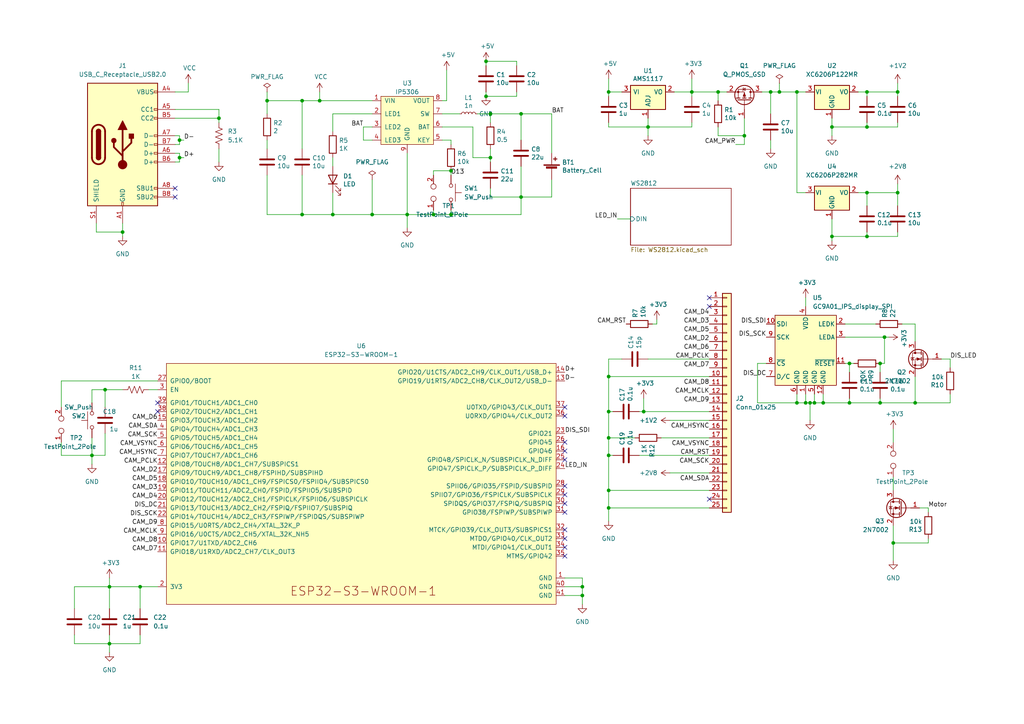
<source format=kicad_sch>
(kicad_sch (version 20211123) (generator eeschema)
  (paper "A4")
  (lib_symbols
    (symbol "0805:C" (pin_numbers hide) (pin_names (offset 0.254))
      (property "Reference" "C" (at 0.635 2.54 0))
      (property "Value" "C" (at 0.635 -2.54 0))
      (symbol "C_1_1"
        (pin passive line (at 0 3.81 270) (length 2.794) (name "~") (number "1"))
        (pin passive line (at 0 -3.81 90) (length 2.794) (name "~") (number "2"))
      )
    )
    (symbol "0805:LED" (pin_numbers hide) (pin_names (offset 1.016) hide)
      (property "Reference" "D" (at 0 2.54 0))
      (property "Value" "LED" (at 0 -2.54 0))
      (symbol "LED_1_1"
        (pin passive line (at -3.81 0 0) (length 2.54) (name "K") (number "1"))
        (pin passive line (at 3.81 0 180) (length 2.54) (name "A") (number "2"))
      )
    )
    (symbol "0805:R" (pin_numbers hide) (pin_names (offset 0))
      (property "Reference" "R" (at 2.032 0 90))
      (property "Value" "R" (at 0 0 90))
      (symbol "R_1_1"
        (pin passive line (at 0 3.81 270) (length 1.27) (name "~") (number "1"))
        (pin passive line (at 0 -3.81 90) (length 1.27) (name "~") (number "2"))
      )
    )
    (symbol "1CommonUse:C0805" (pin_numbers hide) (pin_names (offset 0.254))
      (property "Reference" "C" (at 0.635 2.54 0))
      (property "Value" "C0805" (at 0.635 -2.54 0))
      (symbol "C0805_1_1"
        (pin passive line (at 0 3.81 270) (length 2.794) (name "~") (number "1"))
        (pin passive line (at 0 -3.81 90) (length 2.794) (name "~") (number "2"))
      )
    )
    (symbol "1CommonUse:R0805" (pin_numbers hide) (pin_names (offset 0))
      (property "Reference" "R" (at 2.54 0 90))
      (property "Value" "R0805" (at -2.54 0 90))
      (symbol "R0805_1_1"
        (pin passive line (at 0 3.81 270) (length 1.27) (name "~") (number "1"))
        (pin passive line (at 0 -3.81 90) (length 1.27) (name "~") (number "2"))
      )
    )
    (symbol "Connector:TestPoint_2Pole" (pin_names (offset 0.762) hide)
      (property "Reference" "TP" (at 0 1.524 0))
      (property "Value" "TestPoint_2Pole" (at 0 -1.778 0))
      (symbol "TestPoint_2Pole_0_1"
        (pin passive line (at -5.08 0 0) (length 2.54) (name "1") (number "1"))
        (pin passive line (at 5.08 0 180) (length 2.54) (name "2") (number "2"))
      )
    )
    (symbol "Connector:USB_C_Receptacle_USB2.0" (pin_names (offset 1.016))
      (property "Reference" "J" (at -10.16 19.05 0))
      (property "Value" "USB_C_Receptacle_USB2.0" (at 19.05 19.05 0))
      (symbol "USB_C_Receptacle_USB2.0_1_1"
        (pin passive line (at 0 -22.86 90) (length 5.08) (name "GND") (number "A1"))
        (pin passive line (at 0 -22.86 90) (length 5.08) hide (name "GND") (number "A12"))
        (pin passive line (at 15.24 15.24 180) (length 5.08) (name "VBUS") (number "A4"))
        (pin bidirectional line (at 15.24 10.16 180) (length 5.08) (name "CC1") (number "A5"))
        (pin bidirectional line (at 15.24 -2.54 180) (length 5.08) (name "D+") (number "A6"))
        (pin bidirectional line (at 15.24 2.54 180) (length 5.08) (name "D-") (number "A7"))
        (pin bidirectional line (at 15.24 -12.7 180) (length 5.08) (name "SBU1") (number "A8"))
        (pin passive line (at 15.24 15.24 180) (length 5.08) hide (name "VBUS") (number "A9"))
        (pin passive line (at 0 -22.86 90) (length 5.08) hide (name "GND") (number "B1"))
        (pin passive line (at 0 -22.86 90) (length 5.08) hide (name "GND") (number "B12"))
        (pin passive line (at 15.24 15.24 180) (length 5.08) hide (name "VBUS") (number "B4"))
        (pin bidirectional line (at 15.24 7.62 180) (length 5.08) (name "CC2") (number "B5"))
        (pin bidirectional line (at 15.24 -5.08 180) (length 5.08) (name "D+") (number "B6"))
        (pin bidirectional line (at 15.24 0 180) (length 5.08) (name "D-") (number "B7"))
        (pin bidirectional line (at 15.24 -15.24 180) (length 5.08) (name "SBU2") (number "B8"))
        (pin passive line (at 15.24 15.24 180) (length 5.08) hide (name "VBUS") (number "B9"))
        (pin passive line (at -7.62 -22.86 90) (length 5.08) (name "SHIELD") (number "S1"))
      )
    )
    (symbol "Connector_Generic:Conn_01x25" (pin_names (offset 1.016) hide)
      (property "Reference" "J" (at 0 33.02 0))
      (property "Value" "Conn_01x25" (at 0 -33.02 0))
      (symbol "Conn_01x25_1_1"
        (pin passive line (at -5.08 30.48 0) (length 3.81) (name "Pin_1") (number "1"))
        (pin passive line (at -5.08 7.62 0) (length 3.81) (name "Pin_10") (number "10"))
        (pin passive line (at -5.08 5.08 0) (length 3.81) (name "Pin_11") (number "11"))
        (pin passive line (at -5.08 2.54 0) (length 3.81) (name "Pin_12") (number "12"))
        (pin passive line (at -5.08 0 0) (length 3.81) (name "Pin_13") (number "13"))
        (pin passive line (at -5.08 -2.54 0) (length 3.81) (name "Pin_14") (number "14"))
        (pin passive line (at -5.08 -5.08 0) (length 3.81) (name "Pin_15") (number "15"))
        (pin passive line (at -5.08 -7.62 0) (length 3.81) (name "Pin_16") (number "16"))
        (pin passive line (at -5.08 -10.16 0) (length 3.81) (name "Pin_17") (number "17"))
        (pin passive line (at -5.08 -12.7 0) (length 3.81) (name "Pin_18") (number "18"))
        (pin passive line (at -5.08 -15.24 0) (length 3.81) (name "Pin_19") (number "19"))
        (pin passive line (at -5.08 27.94 0) (length 3.81) (name "Pin_2") (number "2"))
        (pin passive line (at -5.08 -17.78 0) (length 3.81) (name "Pin_20") (number "20"))
        (pin passive line (at -5.08 -20.32 0) (length 3.81) (name "Pin_21") (number "21"))
        (pin passive line (at -5.08 -22.86 0) (length 3.81) (name "Pin_22") (number "22"))
        (pin passive line (at -5.08 -25.4 0) (length 3.81) (name "Pin_23") (number "23"))
        (pin passive line (at -5.08 -27.94 0) (length 3.81) (name "Pin_24") (number "24"))
        (pin passive line (at -5.08 -30.48 0) (length 3.81) (name "Pin_25") (number "25"))
        (pin passive line (at -5.08 25.4 0) (length 3.81) (name "Pin_3") (number "3"))
        (pin passive line (at -5.08 22.86 0) (length 3.81) (name "Pin_4") (number "4"))
        (pin passive line (at -5.08 20.32 0) (length 3.81) (name "Pin_5") (number "5"))
        (pin passive line (at -5.08 17.78 0) (length 3.81) (name "Pin_6") (number "6"))
        (pin passive line (at -5.08 15.24 0) (length 3.81) (name "Pin_7") (number "7"))
        (pin passive line (at -5.08 12.7 0) (length 3.81) (name "Pin_8") (number "8"))
        (pin passive line (at -5.08 10.16 0) (length 3.81) (name "Pin_9") (number "9"))
      )
    )
    (symbol "Device:Battery_Cell" (pin_numbers hide) (pin_names (offset 0) hide)
      (property "Reference" "BT" (at 2.54 2.54 0))
      (property "Value" "Battery_Cell" (at 2.54 0 0))
      (symbol "Battery_Cell_1_1"
        (pin passive line (at 0 5.08 270) (length 2.54) (name "+") (number "1"))
        (pin passive line (at 0 -2.54 90) (length 2.54) (name "-") (number "2"))
      )
    )
    (symbol "Device:L_Small" (pin_numbers hide) (pin_names (offset 0.254) hide)
      (property "Reference" "L" (at 0.762 1.016 0))
      (property "Value" "L_Small" (at 0.762 -1.016 0))
      (symbol "L_Small_1_1"
        (pin passive line (at 0 2.54 270) (length 0.508) (name "~") (number "1"))
        (pin passive line (at 0 -2.54 90) (length 0.508) (name "~") (number "2"))
      )
    )
    (symbol "Device:Q_PMOS_GSD" (pin_names (offset 0) hide)
      (property "Reference" "Q" (at 5.08 1.27 0))
      (property "Value" "Q_PMOS_GSD" (at 5.08 -1.27 0))
      (symbol "Q_PMOS_GSD_1_1"
        (pin input line (at -5.08 0 0) (length 2.54) (name "G") (number "1"))
        (pin passive line (at 2.54 -5.08 90) (length 2.54) (name "S") (number "2"))
        (pin passive line (at 2.54 5.08 270) (length 2.54) (name "D") (number "3"))
      )
    )
    (symbol "Espressif:ESP32-S3-WROOM-1" (pin_names (offset 1.016))
      (property "Reference" "U" (at 0 35.56 0))
      (property "Value" "ESP32-S3-WROOM-1" (at 0 -36.83 0))
      (symbol "ESP32-S3-WROOM-1_0_0"
        (text "ESP32-S3-WROOM-1" (at 0 -31.75 0) (effects (font (size 2.54 2.54))))
        (pin power_in line (at 58.42 -27.94 180) (length 2.54) (name "GND") (number "1"))
        (pin bidirectional line (at -59.69 -17.78 0) (length 2.54) (name "GPIO17/U1TXD/ADC2_CH6") (number "10"))
        (pin bidirectional line (at -59.69 -20.32 0) (length 2.54) (name "GPIO18/U1RXD/ADC2_CH7/CLK_OUT3") (number "11"))
        (pin bidirectional line (at -59.69 5.08 0) (length 2.54) (name "GPIO8/TOUCH8/ADC1_CH7/SUBSPICS1") (number "12"))
        (pin bidirectional line (at 58.42 29.21 180) (length 2.54) (name "GPIO19/U1RTS/ADC2_CH8/CLK_OUT2/USB_D-") (number "13"))
        (pin bidirectional line (at 58.42 31.75 180) (length 2.54) (name "GPIO20/U1CTS/ADC2_CH9/CLK_OUT1/USB_D+") (number "14"))
        (pin bidirectional line (at -59.69 17.78 0) (length 2.54) (name "GPIO3/TOUCH3/ADC1_CH2") (number "15"))
        (pin bidirectional line (at 58.42 8.89 180) (length 2.54) (name "GPIO46") (number "16"))
        (pin bidirectional line (at -59.69 2.54 0) (length 2.54) (name "GPIO9/TOUCH9/ADC1_CH8/FSPIHD/SUBSPIHD") (number "17"))
        (pin bidirectional line (at -59.69 0 0) (length 2.54) (name "GPIO10/TOUCH10/ADC1_CH9/FSPICS0/FSPIIO4/SUBSPICS0") (number "18"))
        (pin bidirectional line (at -59.69 -2.54 0) (length 2.54) (name "GPIO11/TOUCH11/ADC2_CH0/FSPID/FSPIIO5/SUBSPID") (number "19"))
        (pin power_in line (at -59.69 -30.48 0) (length 2.54) (name "3V3") (number "2"))
        (pin bidirectional line (at -59.69 -5.08 0) (length 2.54) (name "GPIO12/TOUCH12/ADC2_CH1/FSPICLK/FSPIIO6/SUBSPICLK") (number "20"))
        (pin bidirectional line (at -59.69 -7.62 0) (length 2.54) (name "GPIO13/TOUCH13/ADC2_CH2/FSPIQ/FSPIIO7/SUBSPIQ") (number "21"))
        (pin bidirectional line (at -59.69 -10.16 0) (length 2.54) (name "GPIO14/TOUCH14/ADC2_CH3/FSPIWP/FSPIDQS/SUBSPIWP") (number "22"))
        (pin bidirectional line (at 58.42 13.97 180) (length 2.54) (name "GPIO21") (number "23"))
        (pin bidirectional line (at 58.42 3.81 180) (length 2.54) (name "GPIO47/SPICLK_P/SUBSPICLK_P_DIFF") (number "24"))
        (pin bidirectional line (at 58.42 6.35 180) (length 2.54) (name "GPIO48/SPICLK_N/SUBSPICLK_N_DIFF") (number "25"))
        (pin bidirectional line (at 58.42 11.43 180) (length 2.54) (name "GPIO45") (number "26"))
        (pin bidirectional line (at -59.69 29.21 0) (length 2.54) (name "GPIO0/BOOT") (number "27"))
        (pin bidirectional line (at 58.42 -1.27 180) (length 2.54) (name "SPIIO6/GPIO35/FSPID/SUBSPID") (number "28"))
        (pin bidirectional line (at 58.42 -3.81 180) (length 2.54) (name "SPIIO7/GPIO36/FSPICLK/SUBSPICLK") (number "29"))
        (pin input line (at -59.69 26.67 0) (length 2.54) (name "EN") (number "3"))
        (pin bidirectional line (at 58.42 -6.35 180) (length 2.54) (name "SPIDQS/GPIO37/FSPIQ/SUBSPIQ") (number "30"))
        (pin bidirectional line (at 58.42 -8.89 180) (length 2.54) (name "GPIO38/FSPIWP/SUBSPIWP") (number "31"))
        (pin bidirectional line (at 58.42 -13.97 180) (length 2.54) (name "MTCK/GPIO39/CLK_OUT3/SUBSPICS1") (number "32"))
        (pin bidirectional line (at 58.42 -16.51 180) (length 2.54) (name "MTDO/GPIO40/CLK_OUT2") (number "33"))
        (pin bidirectional line (at 58.42 -19.05 180) (length 2.54) (name "MTDI/GPIO41/CLK_OUT1") (number "34"))
        (pin bidirectional line (at 58.42 -21.59 180) (length 2.54) (name "MTMS/GPIO42") (number "35"))
        (pin bidirectional line (at 58.42 19.05 180) (length 2.54) (name "U0RXD/GPIO44/CLK_OUT2") (number "36"))
        (pin bidirectional line (at 58.42 21.59 180) (length 2.54) (name "U0TXD/GPIO43/CLK_OUT1") (number "37"))
        (pin bidirectional line (at -59.69 20.32 0) (length 2.54) (name "GPIO2/TOUCH2/ADC1_CH1") (number "38"))
        (pin bidirectional line (at -59.69 22.86 0) (length 2.54) (name "GPIO1/TOUCH1/ADC1_CH0") (number "39"))
        (pin bidirectional line (at -59.69 15.24 0) (length 2.54) (name "GPIO4/TOUCH4/ADC1_CH3") (number "4"))
        (pin power_in line (at 58.42 -30.48 180) (length 2.54) (name "GND") (number "40"))
        (pin power_in line (at 58.42 -33.02 180) (length 2.54) (name "GND") (number "41"))
        (pin bidirectional line (at -59.69 12.7 0) (length 2.54) (name "GPIO5/TOUCH5/ADC1_CH4") (number "5"))
        (pin bidirectional line (at -59.69 10.16 0) (length 2.54) (name "GPIO6/TOUCH6/ADC1_CH5") (number "6"))
        (pin bidirectional line (at -59.69 7.62 0) (length 2.54) (name "GPIO7/TOUCH7/ADC1_CH6") (number "7"))
        (pin bidirectional line (at -59.69 -12.7 0) (length 2.54) (name "GPIO15/U0RTS/ADC2_CH4/XTAL_32K_P") (number "8"))
        (pin bidirectional line (at -59.69 -15.24 0) (length 2.54) (name "GPIO16/U0CTS/ADC2_CH5/XTAL_32K_NH5") (number "9"))
      )
    )
    (symbol "Regulator_Linear:AMS1117" (pin_names (offset 0.762))
      (property "Reference" "U" (at -3.81 3.175 0))
      (property "Value" "AMS1117" (at 0 3.175 0))
      (symbol "AMS1117_1_1"
        (pin input line (at 0 -7.62 90) (length 2.54) (name "ADJ") (number "1"))
        (pin power_out line (at 7.62 0 180) (length 2.54) (name "VO") (number "2"))
        (pin power_in line (at -7.62 0 0) (length 2.54) (name "VI") (number "3"))
      )
    )
    (symbol "Regulator_Linear:XC6206PxxxMR" (pin_names (offset 0.254))
      (property "Reference" "U" (at -3.81 3.175 0))
      (property "Value" "XC6206PxxxMR" (at 0 3.175 0))
      (symbol "XC6206PxxxMR_1_1"
        (pin power_in line (at 0 -7.62 90) (length 2.54) (name "GND") (number "1"))
        (pin power_out line (at 7.62 0 180) (length 2.54) (name "VO") (number "2"))
        (pin power_in line (at -7.62 0 0) (length 2.54) (name "VI") (number "3"))
      )
    )
    (symbol "Switch:SW_Push" (pin_numbers hide) (pin_names (offset 1.016) hide)
      (property "Reference" "SW" (at 1.27 2.54 0))
      (property "Value" "SW_Push" (at 0 -1.524 0))
      (symbol "SW_Push_0_1"
        (pin passive line (at -5.08 0 0) (length 2.54) (name "1") (number "1"))
        (pin passive line (at 5.08 0 180) (length 2.54) (name "2") (number "2"))
      )
    )
    (symbol "Transistor_FET:2N7002" (pin_names hide)
      (property "Reference" "Q" (at 5.08 1.905 0))
      (property "Value" "2N7002" (at 5.08 0 0))
      (symbol "2N7002_1_1"
        (pin input line (at -5.08 0 0) (length 2.54) (name "G") (number "1"))
        (pin passive line (at 2.54 -5.08 90) (length 2.54) (name "S") (number "2"))
        (pin passive line (at 2.54 5.08 270) (length 2.54) (name "D") (number "3"))
      )
    )
    (symbol "gc9a01_ips_display_spi:GC9A01_IPS_display_SPI" (pin_names (offset 0.381))
      (property "Reference" "U" (at -7.62 11.43 0))
      (property "Value" "GC9A01_IPS_display_SPI" (at 12.7 11.43 0))
      (symbol "GC9A01_IPS_display_SPI_0_0"
        (pin power_in line (at 0 -12.7 90) (length 2.54) (name "GND") (number "1"))
        (pin bidirectional line (at -11.43 7.62 0) (length 2.54) (name "SDI") (number "10"))
        (pin input line (at 11.43 -3.81 180) (length 2.54) (name "~{RESET}") (number "11"))
        (pin power_in line (at 5.08 -12.7 90) (length 2.54) (name "GND") (number "12"))
        (pin passive line (at 11.43 7.62 180) (length 2.54) (name "LEDK") (number "2"))
        (pin passive line (at 11.43 3.81 180) (length 2.54) (name "LEDA") (number "3"))
        (pin power_in line (at 0 12.7 270) (length 2.54) (name "VDD") (number "4"))
        (pin power_in line (at 2.54 -12.7 90) (length 2.54) (name "GND") (number "5"))
        (pin power_in line (at -2.54 -12.7 90) (length 2.54) (name "GND") (number "6"))
        (pin input line (at -11.43 -7.62 0) (length 2.54) (name "D/C") (number "7"))
        (pin input line (at -11.43 -3.81 0) (length 2.54) (name "~{CS}") (number "8"))
        (pin input line (at -11.43 3.81 0) (length 2.54) (name "SCK") (number "9"))
      )
    )
    (symbol "ip5306:IP5306" (pin_names (offset 1.016))
      (property "Reference" "U" (at 0 0 0))
      (property "Value" "IP5306" (at 0 8.89 0))
      (symbol "IP5306_1_1"
        (pin power_in line (at -10.16 6.35 0) (length 2.54) (name "VIN") (number "1"))
        (pin bidirectional line (at -10.16 2.54 0) (length 2.54) (name "LED1") (number "2"))
        (pin bidirectional line (at -10.16 -1.27 0) (length 2.54) (name "LED2") (number "3"))
        (pin bidirectional line (at -10.16 -5.08 0) (length 2.54) (name "LED3") (number "4"))
        (pin bidirectional line (at 10.16 -5.08 180) (length 2.54) (name "KEY") (number "5"))
        (pin bidirectional line (at 10.16 -1.27 180) (length 2.54) (name "BAT") (number "6"))
        (pin bidirectional line (at 10.16 2.54 180) (length 2.54) (name "SW") (number "7"))
        (pin power_out line (at 10.16 6.35 180) (length 2.54) (name "VOUT") (number "8"))
        (pin power_in line (at 0 -8.89 90) (length 2.54) (name "GND") (number "9"))
      )
    )
    (symbol "power:+1V2" (power) (pin_names (offset 0))
      (property "Value" "+1V2" (at 0 3.556 0))
      (symbol "+1V2_1_1"
        (pin power_in line (at 0 0 90) (length 0) hide (name "+1V2") (number "1"))
      )
    )
    (symbol "power:+2V8" (power) (pin_names (offset 0))
      (property "Value" "+2V8" (at 0 3.556 0))
      (symbol "+2V8_1_1"
        (pin power_in line (at 0 0 90) (length 0) hide (name "+2V8") (number "1"))
      )
    )
    (symbol "power:+3V3" (power) (pin_names (offset 0))
      (property "Value" "+3V3" (at 0 3.556 0))
      (symbol "+3V3_1_1"
        (pin power_in line (at 0 0 90) (length 0) hide (name "+3V3") (number "1"))
      )
    )
    (symbol "power:+5V" (power) (pin_names (offset 0))
      (property "Value" "+5V" (at 0 3.556 0))
      (symbol "+5V_1_1"
        (pin power_in line (at 0 0 90) (length 0) hide (name "+5V") (number "1"))
      )
    )
    (symbol "power:GND" (power) (pin_names (offset 0))
      (property "Value" "GND" (at 0 -3.81 0))
      (symbol "GND_1_1"
        (pin power_in line (at 0 0 270) (length 0) hide (name "GND") (number "1"))
      )
    )
    (symbol "power:PWR_FLAG" (power) (pin_numbers hide) (pin_names (offset 0) hide)
      (property "Value" "PWR_FLAG" (at 0 3.81 0))
      (symbol "PWR_FLAG_0_0"
        (pin power_out line (at 0 0 90) (length 0) (name "pwr") (number "1"))
      )
    )
    (symbol "power:VCC" (power) (pin_names (offset 0))
      (property "Value" "VCC" (at 0 3.81 0))
      (symbol "VCC_1_1"
        (pin power_in line (at 0 0 90) (length 0) hide (name "VCC") (number "1"))
      )
    )
  )
  (junction (at 26.67 132.08))
  (junction (at 208.28 26.67))
  (junction (at 140.97 27.94))
  (junction (at 231.14 26.67))
  (junction (at 52.07 45.72))
  (junction (at 168.91 170.18))
  (junction (at 246.38 116.84))
  (junction (at 256.54 97.79))
  (junction (at 92.71 29.21))
  (junction (at 176.53 26.67))
  (junction (at 63.5 34.29))
  (junction (at 176.53 127))
  (junction (at 140.97 17.78))
  (junction (at 259.08 157.48))
  (junction (at 238.76 116.84))
  (junction (at 130.81 49.53))
  (junction (at 200.66 26.67))
  (junction (at 265.43 116.84))
  (junction (at 142.24 45.72))
  (junction (at 255.27 116.84))
  (junction (at 30.48 113.03))
  (junction (at 130.81 62.23))
  (junction (at 142.24 33.02))
  (junction (at 35.56 67.31))
  (junction (at 226.06 26.67))
  (junction (at 168.91 172.72))
  (junction (at 223.52 26.67))
  (junction (at 176.53 142.24))
  (junction (at 260.35 26.67))
  (junction (at 77.47 29.21))
  (junction (at 246.38 105.41))
  (junction (at 40.64 170.18))
  (junction (at 187.96 36.83))
  (junction (at 125.73 62.23))
  (junction (at 236.22 116.84))
  (junction (at 234.95 116.84))
  (junction (at 215.9 39.37))
  (junction (at 52.07 40.64))
  (junction (at 241.3 68.58))
  (junction (at 151.13 33.02))
  (junction (at 176.53 147.32))
  (junction (at 176.53 109.22))
  (junction (at 118.11 62.23))
  (junction (at 31.75 186.69))
  (junction (at 87.63 62.23))
  (junction (at 107.95 62.23))
  (junction (at 96.52 62.23))
  (junction (at 87.63 29.21))
  (junction (at 176.53 132.08))
  (junction (at 251.46 68.58))
  (junction (at 241.3 36.83))
  (junction (at 176.53 119.38))
  (junction (at 233.68 116.84))
  (junction (at 151.13 57.15))
  (junction (at 255.27 105.41))
  (junction (at 186.69 119.38))
  (junction (at 251.46 36.83))
  (junction (at 251.46 55.88))
  (junction (at 251.46 26.67))
  (junction (at 231.14 116.84))
  (junction (at 260.35 55.88))
  (junction (at 31.75 170.18))
  (no_connect (at 163.83 161.29))
  (no_connect (at 205.74 86.36))
  (no_connect (at 163.83 148.59))
  (no_connect (at 163.83 128.27))
  (no_connect (at 50.8 54.61))
  (no_connect (at 45.72 119.38))
  (no_connect (at 205.74 88.9))
  (no_connect (at 163.83 143.51))
  (no_connect (at 163.83 158.75))
  (no_connect (at 163.83 146.05))
  (no_connect (at 163.83 118.11))
  (no_connect (at 163.83 153.67))
  (no_connect (at 163.83 140.97))
  (no_connect (at 205.74 144.78))
  (no_connect (at 163.83 156.21))
  (no_connect (at 163.83 133.35))
  (no_connect (at 163.83 120.65))
  (no_connect (at 45.72 116.84))
  (no_connect (at 163.83 130.81))
  (no_connect (at 50.8 57.15))
  (wire (pts (xy 17.78 128.27) (xy 17.78 132.08)))
  (wire (pts (xy 219.71 105.41) (xy 219.71 116.84)))
  (wire (pts (xy 142.24 43.18) (xy 142.24 45.72)))
  (wire (pts (xy 176.53 104.14) (xy 176.53 109.22)))
  (wire (pts (xy 255.27 105.41) (xy 255.27 107.95)))
  (wire (pts (xy 187.96 36.83) (xy 200.66 36.83)))
  (wire (pts (xy 215.9 39.37) (xy 215.9 34.29)))
  (wire (pts (xy 248.92 55.88) (xy 251.46 55.88)))
  (wire (pts (xy 223.52 40.64) (xy 223.52 43.18)))
  (wire (pts (xy 208.28 26.67) (xy 208.28 29.21)))
  (wire (pts (xy 142.24 35.56) (xy 142.24 33.02)))
  (wire (pts (xy 130.81 49.53) (xy 130.81 50.8)))
  (wire (pts (xy 92.71 26.67) (xy 92.71 29.21)))
  (wire (pts (xy 40.64 170.18) (xy 40.64 176.53)))
  (wire (pts (xy 140.97 26.67) (xy 140.97 27.94)))
  (wire (pts (xy 40.64 170.18) (xy 45.72 170.18)))
  (wire (pts (xy 125.73 60.96) (xy 125.73 62.23)))
  (wire (pts (xy 251.46 55.88) (xy 251.46 59.69)))
  (wire (pts (xy 176.53 36.83) (xy 187.96 36.83)))
  (wire (pts (xy 260.35 26.67) (xy 260.35 27.94)))
  (wire (pts (xy 77.47 26.67) (xy 77.47 29.21)))
  (wire (pts (xy 27.94 64.77) (xy 27.94 67.31)))
  (wire (pts (xy 226.06 24.13) (xy 226.06 26.67)))
  (wire (pts (xy 43.18 113.03) (xy 45.72 113.03)))
  (wire (pts (xy 118.11 44.45) (xy 118.11 62.23)))
  (wire (pts (xy 200.66 26.67) (xy 195.58 26.67)))
  (wire (pts (xy 168.91 172.72) (xy 168.91 175.26)))
  (wire (pts (xy 245.11 97.79) (xy 256.54 97.79)))
  (wire (pts (xy 238.76 116.84) (xy 236.22 116.84)))
  (wire (pts (xy 137.16 36.83) (xy 137.16 45.72)))
  (wire (pts (xy 31.75 184.15) (xy 31.75 186.69)))
  (wire (pts (xy 260.35 36.83) (xy 251.46 36.83)))
  (wire (pts (xy 107.95 62.23) (xy 118.11 62.23)))
  (wire (pts (xy 241.3 63.5) (xy 241.3 68.58)))
  (wire (pts (xy 50.8 39.37) (xy 52.07 39.37)))
  (wire (pts (xy 77.47 40.64) (xy 77.47 43.18)))
  (wire (pts (xy 215.9 41.91) (xy 215.9 39.37)))
  (wire (pts (xy 27.94 67.31) (xy 35.56 67.31)))
  (wire (pts (xy 241.3 34.29) (xy 241.3 36.83)))
  (wire (pts (xy 96.52 33.02) (xy 107.95 33.02)))
  (wire (pts (xy 21.59 184.15) (xy 21.59 186.69)))
  (wire (pts (xy 187.96 34.29) (xy 187.96 36.83)))
  (wire (pts (xy 208.28 36.83) (xy 208.28 39.37)))
  (wire (pts (xy 50.8 31.75) (xy 63.5 31.75)))
  (wire (pts (xy 260.35 67.31) (xy 260.35 68.58)))
  (wire (pts (xy 137.16 36.83) (xy 128.27 36.83)))
  (wire (pts (xy 87.63 29.21) (xy 92.71 29.21)))
  (wire (pts (xy 231.14 114.3) (xy 231.14 116.84)))
  (wire (pts (xy 30.48 132.08) (xy 26.67 132.08)))
  (wire (pts (xy 96.52 38.1) (xy 96.52 33.02)))
  (wire (pts (xy 87.63 50.8) (xy 87.63 62.23)))
  (wire (pts (xy 118.11 62.23) (xy 125.73 62.23)))
  (wire (pts (xy 151.13 57.15) (xy 160.02 57.15)))
  (wire (pts (xy 251.46 68.58) (xy 241.3 68.58)))
  (wire (pts (xy 142.24 45.72) (xy 137.16 45.72)))
  (wire (pts (xy 151.13 48.26) (xy 151.13 57.15)))
  (wire (pts (xy 255.27 116.84) (xy 265.43 116.84)))
  (wire (pts (xy 176.53 26.67) (xy 180.34 26.67)))
  (wire (pts (xy 151.13 33.02) (xy 160.02 33.02)))
  (wire (pts (xy 118.11 62.23) (xy 118.11 66.04)))
  (wire (pts (xy 241.3 36.83) (xy 241.3 39.37)))
  (wire (pts (xy 256.54 105.41) (xy 256.54 97.79)))
  (wire (pts (xy 246.38 105.41) (xy 247.65 105.41)))
  (wire (pts (xy 269.24 147.32) (xy 269.24 148.59)))
  (wire (pts (xy 260.35 35.56) (xy 260.35 36.83)))
  (wire (pts (xy 176.53 127) (xy 176.53 132.08)))
  (wire (pts (xy 233.68 116.84) (xy 234.95 116.84)))
  (wire (pts (xy 31.75 170.18) (xy 40.64 170.18)))
  (wire (pts (xy 105.41 40.64) (xy 107.95 40.64)))
  (wire (pts (xy 17.78 110.49) (xy 17.78 118.11)))
  (wire (pts (xy 275.59 116.84) (xy 275.59 114.3)))
  (wire (pts (xy 92.71 29.21) (xy 107.95 29.21)))
  (wire (pts (xy 63.5 34.29) (xy 63.5 35.56)))
  (wire (pts (xy 176.53 142.24) (xy 176.53 147.32)))
  (wire (pts (xy 233.68 55.88) (xy 231.14 55.88)))
  (wire (pts (xy 130.81 40.64) (xy 130.81 41.91)))
  (wire (pts (xy 231.14 55.88) (xy 231.14 26.67)))
  (wire (pts (xy 125.73 50.8) (xy 125.73 49.53)))
  (wire (pts (xy 266.7 147.32) (xy 269.24 147.32)))
  (wire (pts (xy 194.31 137.16) (xy 205.74 137.16)))
  (wire (pts (xy 52.07 44.45) (xy 52.07 45.72)))
  (wire (pts (xy 151.13 40.64) (xy 151.13 33.02)))
  (wire (pts (xy 138.43 33.02) (xy 142.24 33.02)))
  (wire (pts (xy 260.35 55.88) (xy 260.35 59.69)))
  (wire (pts (xy 257.81 97.79) (xy 256.54 97.79)))
  (wire (pts (xy 168.91 167.64) (xy 168.91 170.18)))
  (wire (pts (xy 151.13 62.23) (xy 151.13 57.15)))
  (wire (pts (xy 176.53 22.86) (xy 176.53 26.67)))
  (wire (pts (xy 269.24 157.48) (xy 259.08 157.48)))
  (wire (pts (xy 186.69 119.38) (xy 205.74 119.38)))
  (wire (pts (xy 219.71 116.84) (xy 231.14 116.84)))
  (wire (pts (xy 190.5 92.71) (xy 190.5 93.98)))
  (wire (pts (xy 265.43 116.84) (xy 275.59 116.84)))
  (wire (pts (xy 259.08 152.4) (xy 259.08 157.48)))
  (wire (pts (xy 149.86 19.05) (xy 149.86 17.78)))
  (wire (pts (xy 17.78 132.08) (xy 26.67 132.08)))
  (wire (pts (xy 208.28 39.37) (xy 215.9 39.37)))
  (wire (pts (xy 52.07 41.91) (xy 52.07 40.64)))
  (wire (pts (xy 77.47 62.23) (xy 87.63 62.23)))
  (wire (pts (xy 273.05 104.14) (xy 275.59 104.14)))
  (wire (pts (xy 21.59 176.53) (xy 21.59 170.18)))
  (wire (pts (xy 176.53 127) (xy 184.15 127)))
  (wire (pts (xy 52.07 39.37) (xy 52.07 40.64)))
  (wire (pts (xy 163.83 172.72) (xy 168.91 172.72)))
  (wire (pts (xy 231.14 26.67) (xy 233.68 26.67)))
  (wire (pts (xy 246.38 105.41) (xy 246.38 107.95)))
  (wire (pts (xy 96.52 62.23) (xy 107.95 62.23)))
  (wire (pts (xy 220.98 26.67) (xy 223.52 26.67)))
  (wire (pts (xy 191.77 127) (xy 205.74 127)))
  (wire (pts (xy 233.68 114.3) (xy 233.68 116.84)))
  (wire (pts (xy 30.48 113.03) (xy 30.48 118.11)))
  (wire (pts (xy 87.63 62.23) (xy 96.52 62.23)))
  (wire (pts (xy 129.54 20.32) (xy 129.54 29.21)))
  (wire (pts (xy 168.91 170.18) (xy 168.91 172.72)))
  (wire (pts (xy 194.31 121.92) (xy 205.74 121.92)))
  (wire (pts (xy 87.63 43.18) (xy 87.63 29.21)))
  (wire (pts (xy 63.5 43.18) (xy 63.5 46.99)))
  (wire (pts (xy 107.95 52.07) (xy 107.95 62.23)))
  (wire (pts (xy 50.8 46.99) (xy 52.07 46.99)))
  (wire (pts (xy 223.52 26.67) (xy 223.52 33.02)))
  (wire (pts (xy 245.11 105.41) (xy 246.38 105.41)))
  (wire (pts (xy 96.52 45.72) (xy 96.52 48.26)))
  (wire (pts (xy 176.53 147.32) (xy 176.53 151.13)))
  (wire (pts (xy 200.66 36.83) (xy 200.66 35.56)))
  (wire (pts (xy 185.42 119.38) (xy 186.69 119.38)))
  (wire (pts (xy 130.81 60.96) (xy 130.81 62.23)))
  (wire (pts (xy 241.3 68.58) (xy 241.3 69.85)))
  (wire (pts (xy 251.46 67.31) (xy 251.46 68.58)))
  (wire (pts (xy 176.53 27.94) (xy 176.53 26.67)))
  (wire (pts (xy 231.14 116.84) (xy 233.68 116.84)))
  (wire (pts (xy 259.08 157.48) (xy 259.08 162.56)))
  (wire (pts (xy 259.08 124.46) (xy 259.08 128.27)))
  (wire (pts (xy 236.22 116.84) (xy 234.95 116.84)))
  (wire (pts (xy 176.53 147.32) (xy 205.74 147.32)))
  (wire (pts (xy 246.38 116.84) (xy 255.27 116.84)))
  (wire (pts (xy 213.36 41.91) (xy 215.9 41.91)))
  (wire (pts (xy 130.81 62.23) (xy 151.13 62.23)))
  (wire (pts (xy 251.46 35.56) (xy 251.46 36.83)))
  (wire (pts (xy 40.64 186.69) (xy 31.75 186.69)))
  (wire (pts (xy 54.61 26.67) (xy 54.61 24.13)))
  (wire (pts (xy 140.97 17.78) (xy 140.97 19.05)))
  (wire (pts (xy 142.24 45.72) (xy 142.24 46.99)))
  (wire (pts (xy 128.27 40.64) (xy 130.81 40.64)))
  (wire (pts (xy 50.8 34.29) (xy 63.5 34.29)))
  (wire (pts (xy 251.46 55.88) (xy 260.35 55.88)))
  (wire (pts (xy 185.42 132.08) (xy 205.74 132.08)))
  (wire (pts (xy 125.73 62.23) (xy 130.81 62.23)))
  (wire (pts (xy 151.13 57.15) (xy 142.24 57.15)))
  (wire (pts (xy 265.43 109.22) (xy 265.43 116.84)))
  (wire (pts (xy 245.11 93.98) (xy 254 93.98)))
  (wire (pts (xy 251.46 26.67) (xy 251.46 27.94)))
  (wire (pts (xy 176.53 119.38) (xy 177.8 119.38)))
  (wire (pts (xy 105.41 40.64) (xy 105.41 36.83)))
  (wire (pts (xy 251.46 26.67) (xy 260.35 26.67)))
  (wire (pts (xy 149.86 17.78) (xy 140.97 17.78)))
  (wire (pts (xy 128.27 33.02) (xy 133.35 33.02)))
  (wire (pts (xy 179.07 63.5) (xy 182.88 63.5)))
  (wire (pts (xy 234.95 116.84) (xy 234.95 121.92)))
  (wire (pts (xy 176.53 35.56) (xy 176.53 36.83)))
  (wire (pts (xy 176.53 132.08) (xy 177.8 132.08)))
  (wire (pts (xy 260.35 26.67) (xy 260.35 24.13)))
  (wire (pts (xy 142.24 57.15) (xy 142.24 54.61)))
  (wire (pts (xy 142.24 33.02) (xy 151.13 33.02)))
  (wire (pts (xy 52.07 45.72) (xy 53.34 45.72)))
  (wire (pts (xy 255.27 105.41) (xy 256.54 105.41)))
  (wire (pts (xy 40.64 184.15) (xy 40.64 186.69)))
  (wire (pts (xy 200.66 22.86) (xy 200.66 26.67)))
  (wire (pts (xy 30.48 113.03) (xy 35.56 113.03)))
  (wire (pts (xy 176.53 132.08) (xy 176.53 142.24)))
  (wire (pts (xy 275.59 104.14) (xy 275.59 106.68)))
  (wire (pts (xy 269.24 156.21) (xy 269.24 157.48)))
  (wire (pts (xy 176.53 119.38) (xy 176.53 127)))
  (wire (pts (xy 35.56 67.31) (xy 35.56 68.58)))
  (wire (pts (xy 223.52 26.67) (xy 226.06 26.67)))
  (wire (pts (xy 125.73 49.53) (xy 130.81 49.53)))
  (wire (pts (xy 186.69 115.57) (xy 186.69 119.38)))
  (wire (pts (xy 226.06 26.67) (xy 231.14 26.67)))
  (wire (pts (xy 45.72 110.49) (xy 17.78 110.49)))
  (wire (pts (xy 31.75 167.64) (xy 31.75 170.18)))
  (wire (pts (xy 96.52 55.88) (xy 96.52 62.23)))
  (wire (pts (xy 176.53 142.24) (xy 205.74 142.24)))
  (wire (pts (xy 261.62 93.98) (xy 265.43 93.98)))
  (wire (pts (xy 246.38 115.57) (xy 246.38 116.84)))
  (wire (pts (xy 163.83 170.18) (xy 168.91 170.18)))
  (wire (pts (xy 187.96 104.14) (xy 205.74 104.14)))
  (wire (pts (xy 187.96 36.83) (xy 187.96 39.37)))
  (wire (pts (xy 176.53 109.22) (xy 176.53 119.38)))
  (wire (pts (xy 105.41 36.83) (xy 107.95 36.83)))
  (wire (pts (xy 21.59 186.69) (xy 31.75 186.69)))
  (wire (pts (xy 35.56 64.77) (xy 35.56 67.31)))
  (wire (pts (xy 248.92 26.67) (xy 251.46 26.67)))
  (wire (pts (xy 255.27 115.57) (xy 255.27 116.84)))
  (wire (pts (xy 77.47 29.21) (xy 77.47 33.02)))
  (wire (pts (xy 160.02 57.15) (xy 160.02 52.07)))
  (wire (pts (xy 160.02 33.02) (xy 160.02 44.45)))
  (wire (pts (xy 77.47 50.8) (xy 77.47 62.23)))
  (wire (pts (xy 208.28 26.67) (xy 210.82 26.67)))
  (wire (pts (xy 260.35 68.58) (xy 251.46 68.58)))
  (wire (pts (xy 251.46 36.83) (xy 241.3 36.83)))
  (wire (pts (xy 222.25 105.41) (xy 219.71 105.41)))
  (wire (pts (xy 259.08 138.43) (xy 259.08 142.24)))
  (wire (pts (xy 31.75 170.18) (xy 31.75 176.53)))
  (wire (pts (xy 77.47 29.21) (xy 87.63 29.21)))
  (wire (pts (xy 26.67 127) (xy 26.67 132.08)))
  (wire (pts (xy 52.07 40.64) (xy 53.34 40.64)))
  (wire (pts (xy 63.5 31.75) (xy 63.5 34.29)))
  (wire (pts (xy 50.8 26.67) (xy 54.61 26.67)))
  (wire (pts (xy 52.07 46.99) (xy 52.07 45.72)))
  (wire (pts (xy 26.67 132.08) (xy 26.67 134.62)))
  (wire (pts (xy 190.5 93.98) (xy 189.23 93.98)))
  (wire (pts (xy 26.67 113.03) (xy 30.48 113.03)))
  (wire (pts (xy 149.86 27.94) (xy 140.97 27.94)))
  (wire (pts (xy 50.8 44.45) (xy 52.07 44.45)))
  (wire (pts (xy 31.75 186.69) (xy 31.75 189.23)))
  (wire (pts (xy 30.48 125.73) (xy 30.48 132.08)))
  (wire (pts (xy 180.34 104.14) (xy 176.53 104.14)))
  (wire (pts (xy 238.76 116.84) (xy 246.38 116.84)))
  (wire (pts (xy 233.68 86.36) (xy 233.68 88.9)))
  (wire (pts (xy 200.66 26.67) (xy 208.28 26.67)))
  (wire (pts (xy 176.53 109.22) (xy 205.74 109.22)))
  (wire (pts (xy 260.35 53.34) (xy 260.35 55.88)))
  (wire (pts (xy 26.67 113.03) (xy 26.67 116.84)))
  (wire (pts (xy 21.59 170.18) (xy 31.75 170.18)))
  (wire (pts (xy 50.8 41.91) (xy 52.07 41.91)))
  (wire (pts (xy 163.83 167.64) (xy 168.91 167.64)))
  (wire (pts (xy 238.76 114.3) (xy 238.76 116.84)))
  (wire (pts (xy 236.22 114.3) (xy 236.22 116.84)))
  (wire (pts (xy 149.86 26.67) (xy 149.86 27.94)))
  (wire (pts (xy 265.43 93.98) (xy 265.43 99.06)))
  (wire (pts (xy 200.66 27.94) (xy 200.66 26.67)))
  (wire (pts (xy 129.54 29.21) (xy 128.27 29.21)))
  (label "CAM_D3" (at 45.72 142.24 180))
  (label "CAM_D8" (at 205.74 111.76 180))
  (label "DIS_SDI" (at 163.83 125.73 0))
  (label "CAM_SDA" (at 205.74 139.7 180))
  (label "CAM_D6" (at 205.74 101.6 180))
  (label "LED_IN" (at 163.83 135.89 0))
  (label "DIS_DC" (at 222.25 109.22 180))
  (label "CAM_PCLK" (at 45.72 134.62 180))
  (label "CAM_RST" (at 205.74 132.08 180))
  (label "CAM_D7" (at 205.74 106.68 180))
  (label "DIS_LED" (at 275.59 104.14 0))
  (label "CAM_D7" (at 45.72 160.02 180))
  (label "Motor" (at 269.24 147.32 0))
  (label "CAM_D5" (at 205.74 96.52 180))
  (label "CAM_SDA" (at 45.72 124.46 180))
  (label "BAT" (at 160.02 33.02 0))
  (label "D+" (at 53.34 45.72 0))
  (label "CAM_MCLK" (at 45.72 154.94 180))
  (label "CAM_SCK" (at 205.74 134.62 180))
  (label "BAT" (at 105.41 36.83 180))
  (label "CAM_D5" (at 45.72 139.7 180))
  (label "D-" (at 163.83 110.49 0))
  (label "DIS_SDI" (at 222.25 93.98 180))
  (label "D+" (at 163.83 107.95 0))
  (label "DIS_SCK" (at 45.72 149.86 180))
  (label "CAM_HSYNC" (at 205.74 124.46 180))
  (label "DIS_SCK" (at 222.25 97.79 180))
  (label "CAM_D2" (at 205.74 99.06 180))
  (label "CAM_VSYNC" (at 205.74 129.54 180))
  (label "CAM_D3" (at 205.74 93.98 180))
  (label "D13" (at 130.81 50.8 0))
  (label "CAM_D2" (at 45.72 137.16 180))
  (label "DIS_DC" (at 45.72 147.32 180))
  (label "CAM_HSYNC" (at 45.72 132.08 180))
  (label "CAM_SCK" (at 45.72 127 180))
  (label "CAM_D8" (at 45.72 157.48 180))
  (label "CAM_D6" (at 45.72 121.92 180))
  (label "LED_IN" (at 179.07 63.5 180))
  (label "CAM_PCLK" (at 205.74 104.14 180))
  (label "CAM_D9" (at 205.74 116.84 180))
  (label "CAM_VSYNC" (at 45.72 129.54 180))
  (label "CAM_D4" (at 205.74 91.44 180))
  (label "CAM_PWR" (at 213.36 41.91 180))
  (label "CAM_D9" (at 45.72 152.4 180))
  (label "CAM_MCLK" (at 205.74 114.3 180))
  (label "CAM_RST" (at 181.61 93.98 180))
  (label "D-" (at 53.34 40.64 0))
  (label "CAM_D4" (at 45.72 144.78 180))
  (symbol (lib_id "Connector_Generic:Conn_01x25") (at 210.82 116.84 0) (unit 1)
    (property "Reference" "J2" (at 213.36 115.5699 0) (effects (justify left)))
    (property "Value" "Conn_01x25" (at 213.36 118.1099 0) (effects (justify left)))
    (property "Footprint" "1Use:Hirose_FH12-24S-0.5SH_1x24-1MP_P0.50mm_Horizontal" (effects hide))
  )
  (symbol (lib_id "power:+1V2") (at 260.35 24.13 0) (unit 1)
    (property "Reference" "#PWR06" (effects hide))
    (property "Value" "+1V2" (at 260.35 19.05 0))
  )
  (symbol (lib_id "power:GND") (at 63.5 46.99 0) (unit 1)
    (property "Reference" "#PWR012" (effects hide))
    (property "Value" "GND" (at 63.5 52.07 0))
  )
  (symbol (lib_id "Regulator_Linear:XC6206PxxxMR") (at 241.3 26.67 0) (unit 1)
    (property "Reference" "U2" (at 241.3 19.05 0))
    (property "Value" "XC6206P122MR" (at 241.3 21.59 0))
    (property "Footprint" "Package_TO_SOT_SMD:SOT-23" (effects hide))
    (property "Datasheet" "https://www.torexsemi.com/file/xc6206/XC6206.pdf" (effects hide))
  )
  (symbol (lib_id "power:GND") (at 241.3 39.37 0) (unit 1)
    (property "Reference" "#PWR010" (effects hide))
    (property "Value" "GND" (at 241.3 44.45 0))
  )
  (symbol (lib_id "power:GND") (at 223.52 43.18 0) (unit 1)
    (property "Reference" "#PWR011" (effects hide))
    (property "Value" "GND" (at 223.52 48.26 0))
  )
  (symbol (lib_id "1CommonUse:C0805") (at 31.75 180.34 0) (unit 1)
    (property "Reference" "C21" (at 35.56 179.0699 0) (effects (justify left)))
    (property "Value" "1u" (at 35.56 181.6099 0) (effects (justify left)))
    (property "Footprint" "Capacitor_SMD:C_0805_2012Metric" (effects hide))
  )
  (symbol (lib_id "power:GND") (at 176.53 151.13 0) (unit 1)
    (property "Reference" "#PWR026" (effects hide))
    (property "Value" "GND" (at 176.53 156.21 0))
  )
  (symbol (lib_id "Device:Q_PMOS_GSD") (at 215.9 29.21 270) (mirror x) (unit 1)
    (property "Reference" "Q1" (at 215.9 19.05 90))
    (property "Value" "Q_PMOS_GSD" (at 215.9 21.59 90))
    (property "Footprint" "Package_TO_SOT_SMD:SOT-23" (effects hide))
  )
  (symbol (lib_id "Espressif:ESP32-S3-WROOM-1") (at 105.41 139.7 0) (unit 1)
    (property "Reference" "U6" (at 104.775 100.33 0))
    (property "Value" "ESP32-S3-WROOM-1" (at 104.775 102.87 0))
    (property "Footprint" "Espressif:ESP32-S3-WROOM-1U" (effects hide))
    (property "Datasheet" "https://www.espressif.com/sites/default/files/documentation/esp32-s3-wroom-1_wroom-1u_datasheet_en.pdf" (effects hide))
  )
  (symbol (lib_id "power:+3V3") (at 259.08 124.46 0) (unit 1)
    (property "Reference" "#PWR023" (effects hide))
    (property "Value" "+3V3" (at 259.461 120.0658 0))
  )
  (symbol (lib_id "0805:C") (at 223.52 36.83 180) (unit 1)
    (property "Reference" "C7" (at 226.441 35.6616 0) (effects (justify right)))
    (property "Value" "10u" (at 226.441 37.973 0) (effects (justify right)))
    (property "Footprint" "Capacitor_SMD:C_0805_2012Metric" (effects hide))
  )
  (symbol (lib_id "0805:C") (at 181.61 132.08 270) (unit 1)
    (property "Reference" "C19" (at 180.4416 129.159 0) (effects (justify right)))
    (property "Value" "0.1u" (at 182.753 129.159 0) (effects (justify right)))
    (property "Footprint" "Capacitor_SMD:C_0805_2012Metric" (effects hide))
  )
  (symbol (lib_id "power:VCC") (at 92.71 26.67 0) (unit 1)
    (property "Reference" "#PWR07" (effects hide))
    (property "Value" "VCC" (at 93.091 22.2758 0))
  )
  (symbol (lib_id "Regulator_Linear:XC6206PxxxMR") (at 241.3 55.88 0) (unit 1)
    (property "Reference" "U4" (at 241.3 48.26 0))
    (property "Value" "XC6206P282MR" (at 241.3 50.8 0))
    (property "Footprint" "Package_TO_SOT_SMD:SOT-23" (effects hide))
    (property "Datasheet" "https://www.torexsemi.com/file/xc6206/XC6206.pdf" (effects hide))
  )
  (symbol (lib_id "Regulator_Linear:AMS1117") (at 187.96 26.67 0) (unit 1)
    (property "Reference" "U1" (at 187.96 20.5232 0))
    (property "Value" "AMS1117" (at 187.96 22.8346 0))
    (property "Footprint" "Package_TO_SOT_SMD:SOT-223-3_TabPin2" (effects hide))
    (property "Datasheet" "http://www.advanced-monolithic.com/pdf/ds1117.pdf" (effects hide))
  )
  (symbol (lib_id "0805:C") (at 255.27 111.76 180) (unit 1)
    (property "Reference" "C16" (at 258.191 110.5916 0) (effects (justify right)))
    (property "Value" "0.1u" (at 258.191 112.903 0) (effects (justify right)))
    (property "Footprint" "Capacitor_SMD:C_0805_2012Metric" (effects hide))
  )
  (symbol (lib_id "power:+2V8") (at 194.31 137.16 90) (unit 1)
    (property "Reference" "#PWR025" (effects hide))
    (property "Value" "+2V8" (at 185.42 137.16 90) (effects (justify right)))
  )
  (symbol (lib_id "ip5306:IP5306") (at 118.11 35.56 0) (unit 1)
    (property "Reference" "U3" (at 118.11 24.13 0))
    (property "Value" "IP5306" (at 118.11 26.67 0))
    (property "Footprint" "Package_SO:SOIC-8-1EP_3.9x4.9mm_P1.27mm_EP2.29x3mm" (effects hide))
    (property "Datasheet" "https://datasheet.lcsc.com/szlcsc/2006111336_INJOINIC-IP5306-LC_C605440.pdf" (effects hide))
  )
  (symbol (lib_id "0805:R") (at 142.24 39.37 180) (unit 1)
    (property "Reference" "R4" (at 144.018 38.2016 0) (effects (justify right)))
    (property "Value" "0.5" (at 144.018 40.513 0) (effects (justify right)))
    (property "Footprint" "Resistor_SMD:R_0805_2012Metric" (effects hide))
  )
  (symbol (lib_id "power:VCC") (at 54.61 24.13 0) (unit 1)
    (property "Reference" "#PWR05" (effects hide))
    (property "Value" "VCC" (at 54.991 19.7358 0))
  )
  (symbol (lib_id "0805:C") (at 184.15 104.14 270) (unit 1)
    (property "Reference" "C14" (at 182.9816 101.219 0) (effects (justify right)))
    (property "Value" "15p" (at 185.293 101.219 0) (effects (justify right)))
    (property "Footprint" "Capacitor_SMD:C_0805_2012Metric" (effects hide))
  )
  (symbol (lib_id "power:GND") (at 187.96 39.37 0) (unit 1)
    (property "Reference" "#PWR09" (effects hide))
    (property "Value" "GND" (at 187.96 44.45 0))
  )
  (symbol (lib_id "0805:R") (at 269.24 152.4 0) (unit 1)
    (property "Reference" "R13" (at 267.462 153.5684 0) (effects (justify right)))
    (property "Value" "10k" (at 267.462 151.257 0) (effects (justify right)))
    (property "Footprint" "Resistor_SMD:R_0805_2012Metric" (effects hide))
  )
  (symbol (lib_id "0805:C") (at 77.47 46.99 180) (unit 1)
    (property "Reference" "C9" (at 80.391 45.8216 0) (effects (justify right)))
    (property "Value" "10u" (at 80.391 48.133 0) (effects (justify right)))
    (property "Footprint" "Capacitor_SMD:C_0805_2012Metric" (effects hide))
  )
  (symbol (lib_id "0805:C") (at 87.63 46.99 180) (unit 1)
    (property "Reference" "C10" (at 90.551 45.8216 0) (effects (justify right)))
    (property "Value" "10u" (at 90.551 48.133 0) (effects (justify right)))
    (property "Footprint" "Capacitor_SMD:C_0805_2012Metric" (effects hide))
  )
  (symbol (lib_id "Connector:TestPoint_2Pole") (at 17.78 123.19 90) (unit 1)
    (property "Reference" "TP2" (at 20.32 127 90) (effects (justify right)))
    (property "Value" "TestPoint_2Pole" (at 12.7 129.54 90) (effects (justify right)))
    (property "Footprint" "Connector_PinHeader_2.00mm:PinHeader_1x02_P2.00mm_Vertical" (effects hide))
  )
  (symbol (lib_id "0805:C") (at 151.13 44.45 180) (unit 1)
    (property "Reference" "C8" (at 154.051 43.2816 0) (effects (justify right)))
    (property "Value" "22u" (at 154.051 45.593 0) (effects (justify right)))
    (property "Footprint" "Capacitor_SMD:C_0805_2012Metric" (effects hide))
  )
  (symbol (lib_id "Connector:USB_C_Receptacle_USB2.0") (at 35.56 41.91 0) (unit 1)
    (property "Reference" "J1" (at 35.56 19.05 0))
    (property "Value" "USB_C_Receptacle_USB2.0" (at 35.56 21.59 0))
    (property "Footprint" "1Use:USB_C_Receptacle_HRO_TYPE-C-31-M-12" (effects hide))
    (property "Datasheet" "https://www.usb.org/sites/default/files/documents/usb_type-c.zip" (effects hide))
  )
  (symbol (lib_id "Switch:SW_Push") (at 130.81 55.88 270) (unit 1)
    (property "Reference" "SW1" (at 134.62 54.6099 90) (effects (justify left)))
    (property "Value" "SW_Push" (at 134.62 57.1499 90) (effects (justify left)))
    (property "Footprint" "Button_Switch_SMD:SW_SPST_CK_RS282G05A3" (effects hide))
  )
  (symbol (lib_id "Device:Battery_Cell") (at 160.02 49.53 0) (unit 1)
    (property "Reference" "BT1" (at 163.0172 47.0916 0) (effects (justify left)))
    (property "Value" "Battery_Cell" (at 163.0172 49.403 0) (effects (justify left)))
    (property "Footprint" "Connector_PinHeader_2.54mm:PinHeader_1x02_P2.54mm_Vertical" (effects hide))
  )
  (symbol (lib_id "Device:L_Small") (at 135.89 33.02 90) (unit 1)
    (property "Reference" "L1" (at 135.89 28.321 90))
    (property "Value" "1n" (at 135.89 30.6324 90))
    (property "Footprint" "Inductor_SMD:L_Wuerth_MAPI-2512" (effects hide))
  )
  (symbol (lib_id "power:+3V3") (at 190.5 92.71 0) (unit 1)
    (property "Reference" "#PWR018" (effects hide))
    (property "Value" "+3V3" (at 190.881 88.3158 0))
  )
  (symbol (lib_id "0805:R") (at 185.42 93.98 270) (unit 1)
    (property "Reference" "R7" (at 184.2516 92.202 0) (effects (justify right)))
    (property "Value" "10k" (at 186.563 92.202 0) (effects (justify right)))
    (property "Footprint" "Resistor_SMD:R_0805_2012Metric" (effects hide))
  )
  (symbol (lib_id "power:GND") (at 168.91 175.26 0) (unit 1)
    (property "Reference" "#PWR029" (effects hide))
    (property "Value" "GND" (at 168.91 180.34 0))
  )
  (symbol (lib_id "gc9a01_ips_display_spi:GC9A01_IPS_display_SPI") (at 233.68 101.6 0) (unit 1)
    (property "Reference" "U5" (at 235.6994 86.36 0) (effects (justify left)))
    (property "Value" "GC9A01_IPS_display_SPI" (at 235.6994 88.9 0) (effects (justify left)))
    (property "Footprint" "1Use:GC9A01_IPS_display" (effects hide))
  )
  (symbol (lib_id "power:+5V") (at 140.97 17.78 0) (unit 1)
    (property "Reference" "#PWR01" (effects hide))
    (property "Value" "+5V" (at 141.351 13.3858 0))
  )
  (symbol (lib_id "0805:R") (at 208.28 33.02 180) (unit 1)
    (property "Reference" "R1" (at 210.058 31.8516 0) (effects (justify right)))
    (property "Value" "10k" (at 210.058 34.163 0) (effects (justify right)))
    (property "Footprint" "Resistor_SMD:R_0805_2012Metric" (effects hide))
  )
  (symbol (lib_id "0805:C") (at 251.46 63.5 180) (unit 1)
    (property "Reference" "C12" (at 254.381 62.3316 0) (effects (justify right)))
    (property "Value" "0.1u" (at 254.381 64.643 0) (effects (justify right)))
    (property "Footprint" "Capacitor_SMD:C_0805_2012Metric" (effects hide))
  )
  (symbol (lib_id "power:+3V3") (at 200.66 22.86 0) (unit 1)
    (property "Reference" "#PWR04" (effects hide))
    (property "Value" "+3V3" (at 201.041 18.4658 0))
  )
  (symbol (lib_id "0805:R") (at 77.47 36.83 180) (unit 1)
    (property "Reference" "R2" (at 79.248 35.6616 0) (effects (justify right)))
    (property "Value" "2" (at 79.248 37.973 0) (effects (justify right)))
    (property "Footprint" "Resistor_SMD:R_0805_2012Metric" (effects hide))
  )
  (symbol (lib_id "0805:R") (at 275.59 110.49 0) (unit 1)
    (property "Reference" "R10" (at 273.812 111.6584 0) (effects (justify right)))
    (property "Value" "10k" (at 273.812 109.347 0) (effects (justify right)))
    (property "Footprint" "Resistor_SMD:R_0805_2012Metric" (effects hide))
  )
  (symbol (lib_id "power:GND") (at 31.75 189.23 0) (unit 1)
    (property "Reference" "#PWR030" (effects hide))
    (property "Value" "GND" (at 31.75 194.31 0))
  )
  (symbol (lib_id "power:GND") (at 259.08 162.56 0) (unit 1)
    (property "Reference" "#PWR027" (effects hide))
    (property "Value" "GND" (at 259.08 167.64 0))
  )
  (symbol (lib_id "0805:C") (at 260.35 31.75 180) (unit 1)
    (property "Reference" "C6" (at 263.271 30.5816 0) (effects (justify right)))
    (property "Value" "10u" (at 263.271 32.893 0) (effects (justify right)))
    (property "Footprint" "Capacitor_SMD:C_0805_2012Metric" (effects hide))
  )
  (symbol (lib_id "Switch:SW_Push") (at 26.67 121.92 90) (unit 1)
    (property "Reference" "SW2" (at 22.86 120.65 90))
    (property "Value" "SW_Push" (at 22.86 118.11 90))
    (property "Footprint" "Button_Switch_SMD:SW_SPST_CK_RS282G05A3" (effects hide))
  )
  (symbol (lib_id "0805:C") (at 181.61 119.38 270) (unit 1)
    (property "Reference" "C17" (at 180.4416 116.459 0) (effects (justify right)))
    (property "Value" "0.1u" (at 182.753 116.459 0) (effects (justify right)))
    (property "Footprint" "Capacitor_SMD:C_0805_2012Metric" (effects hide))
  )
  (symbol (lib_id "power:PWR_FLAG") (at 77.47 26.67 0) (unit 1)
    (property "Reference" "#FLG02" (effects hide))
    (property "Value" "PWR_FLAG" (at 77.47 22.2758 0))
  )
  (symbol (lib_id "power:+3V3") (at 233.68 86.36 0) (unit 1)
    (property "Reference" "#PWR017" (effects hide))
    (property "Value" "+3V3" (at 234.061 81.9658 0))
  )
  (symbol (lib_id "Transistor_FET:2N7002") (at 267.97 104.14 0) (mirror y) (unit 1)
    (property "Reference" "Q2" (at 262.89 107.95 0) (effects (justify left)))
    (property "Value" "2N7002" (at 264.16 110.49 0) (effects (justify left)))
    (property "Footprint" "Package_TO_SOT_SMD:SOT-23" (effects hide))
    (property "Datasheet" "https://www.onsemi.com/pub/Collateral/NDS7002A-D.PDF" (effects hide))
  )
  (symbol (lib_id "Connector:TestPoint_2Pole") (at 125.73 55.88 90) (unit 1)
    (property "Reference" "TP1" (at 128.27 59.69 90) (effects (justify right)))
    (property "Value" "TestPoint_2Pole" (at 120.65 62.23 90) (effects (justify right)))
    (property "Footprint" "Connector_PinHeader_2.00mm:PinHeader_1x02_P2.00mm_Vertical" (effects hide))
  )
  (symbol (lib_id "power:+3V3") (at 186.69 115.57 0) (unit 1)
    (property "Reference" "#PWR020" (effects hide))
    (property "Value" "+3V3" (at 187.071 111.1758 0))
  )
  (symbol (lib_id "power:GND") (at 118.11 66.04 0) (unit 1)
    (property "Reference" "#PWR014" (effects hide))
    (property "Value" "GND" (at 118.11 71.12 0))
  )
  (symbol (lib_id "0805:C") (at 140.97 22.86 180) (unit 1)
    (property "Reference" "C1" (at 143.891 21.6916 0) (effects (justify right)))
    (property "Value" "10u" (at 143.891 24.003 0) (effects (justify right)))
    (property "Footprint" "Capacitor_SMD:C_0805_2012Metric" (effects hide))
  )
  (symbol (lib_id "0805:C") (at 260.35 63.5 180) (unit 1)
    (property "Reference" "C13" (at 263.271 62.3316 0) (effects (justify right)))
    (property "Value" "10u" (at 263.271 64.643 0) (effects (justify right)))
    (property "Footprint" "Capacitor_SMD:C_0805_2012Metric" (effects hide))
  )
  (symbol (lib_id "0805:C") (at 176.53 31.75 180) (unit 1)
    (property "Reference" "C3" (at 179.451 30.5816 0) (effects (justify right)))
    (property "Value" "1u" (at 179.451 32.893 0) (effects (justify right)))
    (property "Footprint" "Capacitor_SMD:C_0805_2012Metric" (effects hide))
  )
  (symbol (lib_id "power:+3V3") (at 31.75 167.64 0) (unit 1)
    (property "Reference" "#PWR028" (effects hide))
    (property "Value" "+3V3" (at 32.131 163.2458 0))
  )
  (symbol (lib_id "power:+5V") (at 176.53 22.86 0) (unit 1)
    (property "Reference" "#PWR03" (effects hide))
    (property "Value" "+5V" (at 176.911 18.4658 0))
  )
  (symbol (lib_id "0805:R") (at 251.46 105.41 90) (unit 1)
    (property "Reference" "R9" (at 252.6284 107.188 0) (effects (justify right)))
    (property "Value" "10K" (at 250.317 107.188 0) (effects (justify right)))
    (property "Footprint" "Resistor_SMD:R_0805_2012Metric" (effects hide))
  )
  (symbol (lib_id "power:GND") (at 26.67 134.62 0) (unit 1)
    (property "Reference" "#PWR024" (effects hide))
    (property "Value" "GND" (at 26.67 139.7 0))
  )
  (symbol (lib_id "0805:R") (at 187.96 127 90) (unit 1)
    (property "Reference" "R12" (at 189.1284 128.778 0) (effects (justify right)))
    (property "Value" "1K" (at 186.817 128.778 0) (effects (justify right)))
    (property "Footprint" "Resistor_SMD:R_0805_2012Metric" (effects hide))
  )
  (symbol (lib_id "power:PWR_FLAG") (at 226.06 24.13 0) (unit 1)
    (property "Reference" "#FLG01" (effects hide))
    (property "Value" "PWR_FLAG" (at 226.06 19.05 0))
  )
  (symbol (lib_id "1CommonUse:C0805") (at 40.64 180.34 0) (unit 1)
    (property "Reference" "C22" (at 44.45 179.0699 0) (effects (justify left)))
    (property "Value" "0.1u" (at 44.45 181.6099 0) (effects (justify left)))
    (property "Footprint" "Capacitor_SMD:C_0805_2012Metric" (effects hide))
  )
  (symbol (lib_id "power:GND") (at 234.95 121.92 0) (unit 1)
    (property "Reference" "#PWR022" (effects hide))
    (property "Value" "GND" (at 234.95 127 0))
  )
  (symbol (lib_id "0805:LED") (at 96.52 52.07 90) (unit 1)
    (property "Reference" "D1" (at 99.5172 51.0794 90) (effects (justify right)))
    (property "Value" "LED" (at 99.5172 53.3908 90) (effects (justify right)))
    (property "Footprint" "LED_SMD:LED_0805_2012Metric" (effects hide))
  )
  (symbol (lib_id "0805:C") (at 142.24 50.8 180) (unit 1)
    (property "Reference" "C11" (at 145.161 49.6316 0) (effects (justify right)))
    (property "Value" "22u" (at 145.161 51.943 0) (effects (justify right)))
    (property "Footprint" "Capacitor_SMD:C_0805_2012Metric" (effects hide))
  )
  (symbol (lib_id "power:+2V8") (at 260.35 53.34 0) (unit 1)
    (property "Reference" "#PWR013" (effects hide))
    (property "Value" "+2V8" (at 260.35 48.26 0))
  )
  (symbol (lib_id "0805:R") (at 257.81 93.98 270) (unit 1)
    (property "Reference" "R8" (at 256.6416 92.202 0) (effects (justify right)))
    (property "Value" "22" (at 258.953 92.202 0) (effects (justify right)))
    (property "Footprint" "Resistor_SMD:R_0805_2012Metric" (effects hide))
  )
  (symbol (lib_id "0805:C") (at 246.38 111.76 180) (unit 1)
    (property "Reference" "C15" (at 249.301 110.5916 0) (effects (justify right)))
    (property "Value" "0.1u" (at 249.301 112.903 0) (effects (justify right)))
    (property "Footprint" "Capacitor_SMD:C_0805_2012Metric" (effects hide))
  )
  (symbol (lib_id "0805:C") (at 200.66 31.75 180) (unit 1)
    (property "Reference" "C4" (at 203.581 30.5816 0) (effects (justify right)))
    (property "Value" "1u" (at 203.581 32.893 0) (effects (justify right)))
    (property "Footprint" "Capacitor_SMD:C_0805_2012Metric" (effects hide))
  )
  (symbol (lib_id "Connector:TestPoint_2Pole") (at 259.08 133.35 90) (unit 1)
    (property "Reference" "TP3" (at 261.62 137.16 90) (effects (justify right)))
    (property "Value" "TestPoint_2Pole" (at 254 139.7 90) (effects (justify right)))
    (property "Footprint" "Connector_PinHeader_2.00mm:PinHeader_1x02_P2.00mm_Vertical" (effects hide))
  )
  (symbol (lib_id "0805:R") (at 130.81 45.72 180) (unit 1)
    (property "Reference" "R6" (at 132.588 44.5516 0) (effects (justify right)))
    (property "Value" "10k" (at 132.588 46.863 0) (effects (justify right)))
    (property "Footprint" "Resistor_SMD:R_0805_2012Metric" (effects hide))
  )
  (symbol (lib_id "0805:C") (at 149.86 22.86 180) (unit 1)
    (property "Reference" "C2" (at 152.781 21.6916 0) (effects (justify right)))
    (property "Value" "10u" (at 152.781 24.003 0) (effects (justify right)))
    (property "Footprint" "Capacitor_SMD:C_0805_2012Metric" (effects hide))
  )
  (symbol (lib_id "power:+3V3") (at 257.81 97.79 270) (unit 1)
    (property "Reference" "#PWR019" (effects hide))
    (property "Value" "+3V3" (at 262.2042 98.171 0))
  )
  (symbol (lib_id "power:GND") (at 140.97 27.94 0) (unit 1)
    (property "Reference" "#PWR08" (effects hide))
    (property "Value" "GND" (at 140.97 33.02 0))
  )
  (symbol (lib_id "1CommonUse:C0805") (at 21.59 180.34 0) (unit 1)
    (property "Reference" "C20" (at 25.4 179.0699 0) (effects (justify left)))
    (property "Value" "10u" (at 25.4 181.6099 0) (effects (justify left)))
    (property "Footprint" "Capacitor_SMD:C_0805_2012Metric" (effects hide))
  )
  (symbol (lib_id "power:+5V") (at 129.54 20.32 0) (unit 1)
    (property "Reference" "#PWR02" (effects hide))
    (property "Value" "+5V" (at 129.921 15.9258 0))
  )
  (symbol (lib_id "1CommonUse:R0805") (at 39.37 113.03 90) (unit 1)
    (property "Reference" "R11" (at 39.37 106.68 90))
    (property "Value" "1K" (at 39.37 109.22 90))
    (property "Footprint" "Resistor_SMD:R_0805_2012Metric" (effects hide))
  )
  (symbol (lib_id "Transistor_FET:2N7002") (at 261.62 147.32 0) (mirror y) (unit 1)
    (property "Reference" "Q3" (at 256.54 151.13 0) (effects (justify left)))
    (property "Value" "2N7002" (at 257.81 153.67 0) (effects (justify left)))
    (property "Footprint" "Package_TO_SOT_SMD:SOT-23" (effects hide))
    (property "Datasheet" "https://www.onsemi.com/pub/Collateral/NDS7002A-D.PDF" (effects hide))
  )
  (symbol (lib_id "power:GND") (at 35.56 68.58 0) (unit 1)
    (property "Reference" "#PWR015" (effects hide))
    (property "Value" "GND" (at 35.56 73.66 0))
  )
  (symbol (lib_id "1CommonUse:R0805") (at 63.5 39.37 0) (unit 1)
    (property "Reference" "R3" (at 66.04 38.0999 0) (effects (justify left)))
    (property "Value" "5.1K" (at 66.04 40.6399 0) (effects (justify left)))
    (property "Footprint" "Resistor_SMD:R_0805_2012Metric" (effects hide))
  )
  (symbol (lib_id "0805:R") (at 96.52 41.91 180) (unit 1)
    (property "Reference" "R5" (at 98.298 40.7416 0) (effects (justify right)))
    (property "Value" "1K" (at 98.298 43.053 0) (effects (justify right)))
    (property "Footprint" "Resistor_SMD:R_0805_2012Metric" (effects hide))
  )
  (symbol (lib_id "power:+1V2") (at 194.31 121.92 90) (unit 1)
    (property "Reference" "#PWR021" (effects hide))
    (property "Value" "+1V2" (at 185.42 121.92 90) (effects (justify right)))
  )
  (symbol (lib_id "1CommonUse:C0805") (at 30.48 121.92 180) (unit 1)
    (property "Reference" "C18" (at 31.75 119.38 0))
    (property "Value" "1u" (at 33.02 124.46 0))
    (property "Footprint" "Capacitor_SMD:C_0805_2012Metric" (effects hide))
  )
  (symbol (lib_id "0805:C") (at 251.46 31.75 180) (unit 1)
    (property "Reference" "C5" (at 254.381 30.5816 0) (effects (justify right)))
    (property "Value" "0.1u" (at 254.381 32.893 0) (effects (justify right)))
    (property "Footprint" "Capacitor_SMD:C_0805_2012Metric" (effects hide))
  )
  (symbol (lib_id "power:GND") (at 241.3 69.85 0) (unit 1)
    (property "Reference" "#PWR016" (effects hide))
    (property "Value" "GND" (at 241.3 74.93 0))
  )
  (symbol (lib_id "power:PWR_FLAG") (at 107.95 52.07 0) (unit 1)
    (property "Reference" "#FLG03" (effects hide))
    (property "Value" "PWR_FLAG" (at 107.95 46.99 0))
  )
  (sheet (at 182.88 54.61) (size 29.21 16.51) (stroke (width 0.1524))
    (property "Sheet name" "WS2812" (at 182.88 53.8984 0) (effects (justify left bottom)))
    (property "Sheet file" "WS2812.kicad_sch" (at 182.88 71.7046 0) (effects (justify left top)))
    (pin "DIN" input (at 182.88 63.5 180))
  )
)
</source>
